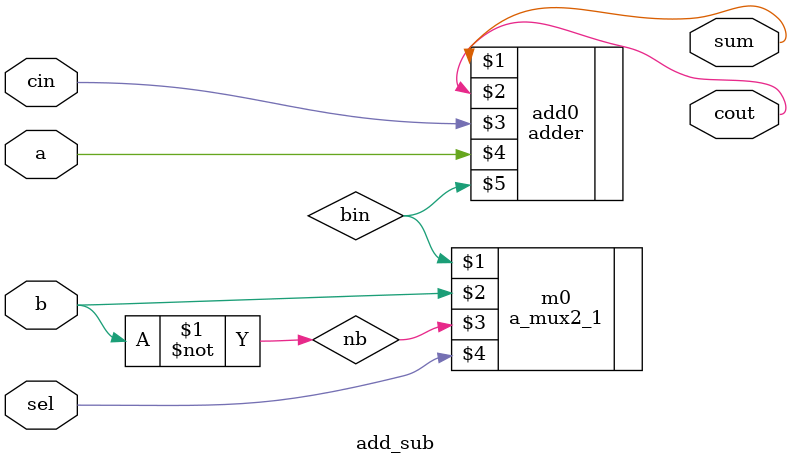
<source format=sv>
`timescale 1ns / 10ps 

module add_sub (sum, cout, cin, a,b, sel);
	input logic cin, a, b, sel;
	output logic sum, cout;
	
	logic nb, bin;
	
	not #50 n0 (nb, b);
	a_mux2_1 m0 (bin, b, nb, sel);
	adder add0 (sum, cout, cin, a, bin);
endmodule

	
</source>
